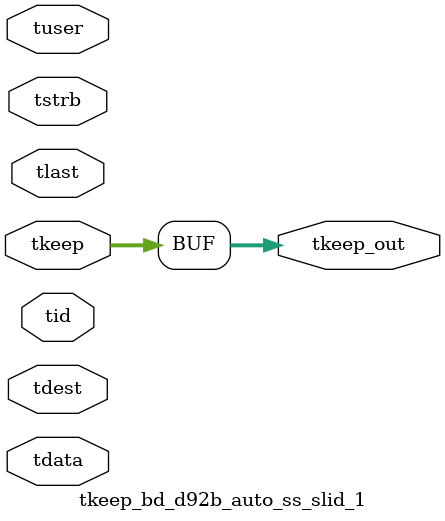
<source format=v>


`timescale 1ps/1ps

module tkeep_bd_d92b_auto_ss_slid_1 #
(
parameter C_S_AXIS_TDATA_WIDTH = 32,
parameter C_S_AXIS_TUSER_WIDTH = 0,
parameter C_S_AXIS_TID_WIDTH   = 0,
parameter C_S_AXIS_TDEST_WIDTH = 0,
parameter C_M_AXIS_TDATA_WIDTH = 32
)
(
input  [(C_S_AXIS_TDATA_WIDTH == 0 ? 1 : C_S_AXIS_TDATA_WIDTH)-1:0     ] tdata,
input  [(C_S_AXIS_TUSER_WIDTH == 0 ? 1 : C_S_AXIS_TUSER_WIDTH)-1:0     ] tuser,
input  [(C_S_AXIS_TID_WIDTH   == 0 ? 1 : C_S_AXIS_TID_WIDTH)-1:0       ] tid,
input  [(C_S_AXIS_TDEST_WIDTH == 0 ? 1 : C_S_AXIS_TDEST_WIDTH)-1:0     ] tdest,
input  [(C_S_AXIS_TDATA_WIDTH/8)-1:0 ] tkeep,
input  [(C_S_AXIS_TDATA_WIDTH/8)-1:0 ] tstrb,
input                                                                    tlast,
output [(C_M_AXIS_TDATA_WIDTH/8)-1:0 ] tkeep_out
);

assign tkeep_out = {tkeep[7:0]};

endmodule


</source>
